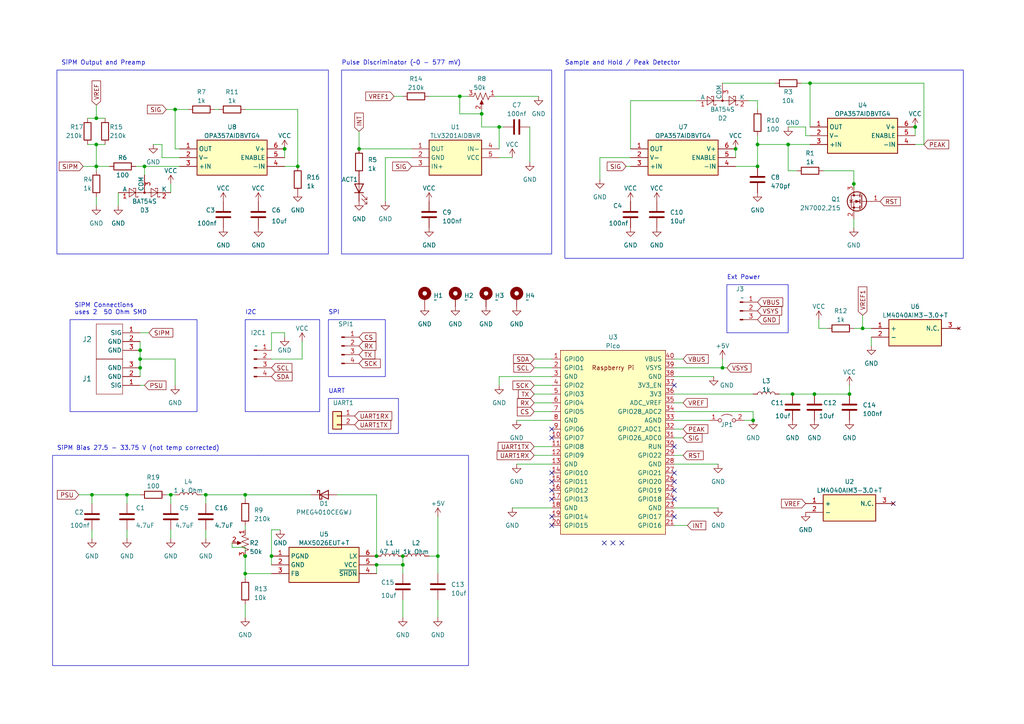
<source format=kicad_sch>
(kicad_sch (version 20230121) (generator eeschema)
  (paper "A4")
  (title_block (title "Open Gamma Low Noise") (date "2023-07-25") (rev "3a") (company "Gigstorm"))
  (junction (at 247.65 53.34))
  (junction (at 133.35 27.94))
  (junction (at 27.94 34.29))
  (junction (at 71.12 161.29))
  (junction (at 218.44 121.92))
  (junction (at 228.6 41.91))
  (junction (at 219.71 48.26))
  (junction (at 40.64 104.14))
  (junction (at 250.19 95.25))
  (junction (at 78.74 161.29))
  (junction (at 82.55 43.18))
  (junction (at 144.78 36.83))
  (junction (at 209.55 106.68))
  (junction (at 26.67 143.51))
  (junction (at 234.95 24.13))
  (junction (at 127 161.29))
  (junction (at 40.64 106.68))
  (junction (at 109.22 161.29))
  (junction (at 236.22 114.3))
  (junction (at 213.36 43.18))
  (junction (at 40.64 101.6))
  (junction (at 59.69 143.51))
  (junction (at 50.8 31.75))
  (junction (at 71.12 166.37))
  (junction (at 104.14 43.18))
  (junction (at 49.53 143.51))
  (junction (at 109.22 163.83))
  (junction (at 86.36 48.26))
  (junction (at 27.94 41.91))
  (junction (at 219.71 41.91))
  (junction (at 265.43 36.83))
  (junction (at 139.7 33.02))
  (junction (at 246.38 114.3))
  (junction (at 116.84 163.83))
  (junction (at 71.12 143.51))
  (junction (at 229.87 114.3))
  (junction (at 36.83 143.51))
  (junction (at 116.84 161.29))
  (junction (at 27.94 48.26))
  (junction (at 41.91 48.26))
  (no_connect (at 160.02 137.16))
  (no_connect (at 160.02 127))
  (no_connect (at 160.02 152.4))
  (no_connect (at 195.58 129.54))
  (no_connect (at 195.58 137.16))
  (no_connect (at 180.34 157.48))
  (no_connect (at 160.02 149.86))
  (no_connect (at 259.08 146.05))
  (no_connect (at 195.58 144.78))
  (no_connect (at 195.58 149.86))
  (no_connect (at 160.02 142.24))
  (no_connect (at 160.02 139.7))
  (no_connect (at 195.58 139.7))
  (no_connect (at 160.02 144.78))
  (no_connect (at 195.58 111.76))
  (no_connect (at 175.26 157.48))
  (no_connect (at 160.02 124.46))
  (no_connect (at 195.58 142.24))
  (no_connect (at 177.8 157.48))
  (wire (pts (xy 234.95 24.13) (xy 234.95 36.83)))
  (wire (pts (xy 27.94 59.69) (xy 27.94 57.15)))
  (wire (pts (xy 195.58 119.38) (xy 218.44 119.38)))
  (wire (pts (xy 195.58 134.62) (xy 208.28 134.62)))
  (wire (pts (xy 40.64 104.14) (xy 50.8 104.14)))
  (wire (pts (xy 143.51 27.94) (xy 156.21 27.94)))
  (wire (pts (xy 50.8 104.14) (xy 50.8 111.76)))
  (wire (pts (xy 265.43 36.83) (xy 265.43 39.37)))
  (wire (pts (xy 40.64 104.14) (xy 40.64 106.68)))
  (wire (pts (xy 160.02 121.92) (xy 149.86 121.92)))
  (wire (pts (xy 40.64 96.52) (xy 43.18 96.52)))
  (wire (pts (xy 109.22 143.51) (xy 109.22 161.29)))
  (wire (pts (xy 144.78 36.83) (xy 144.78 43.18)))
  (wire (pts (xy 209.55 106.68) (xy 210.82 106.68)))
  (wire (pts (xy 139.7 36.83) (xy 144.78 36.83)))
  (wire (pts (xy 116.84 163.83) (xy 116.84 166.37)))
  (wire (pts (xy 154.94 106.68) (xy 160.02 106.68)))
  (wire (pts (xy 34.29 59.69) (xy 34.29 55.88)))
  (wire (pts (xy 52.07 48.26) (xy 41.91 48.26)))
  (wire (pts (xy 195.58 147.32) (xy 208.28 147.32)))
  (wire (pts (xy 237.49 95.25) (xy 240.03 95.25)))
  (wire (pts (xy 139.7 33.02) (xy 139.7 36.83)))
  (wire (pts (xy 39.37 48.26) (xy 41.91 48.26)))
  (wire (pts (xy 195.58 127) (xy 198.12 127)))
  (wire (pts (xy 233.68 36.83) (xy 233.68 39.37)))
  (wire (pts (xy 195.58 114.3) (xy 218.44 114.3)))
  (wire (pts (xy 26.67 143.51) (xy 26.67 146.05)))
  (wire (pts (xy 26.67 153.67) (xy 26.67 156.21)))
  (wire (pts (xy 195.58 124.46) (xy 198.12 124.46)))
  (wire (pts (xy 154.94 132.08) (xy 160.02 132.08)))
  (wire (pts (xy 50.8 143.51) (xy 49.53 143.51)))
  (wire (pts (xy 209.55 24.13) (xy 224.79 24.13)))
  (wire (pts (xy 144.78 109.22) (xy 144.78 111.76)))
  (wire (pts (xy 86.36 48.26) (xy 82.55 48.26)))
  (wire (pts (xy 59.69 153.67) (xy 59.69 156.21)))
  (wire (pts (xy 52.07 43.18) (xy 50.8 43.18)))
  (wire (pts (xy 195.58 104.14) (xy 198.12 104.14)))
  (wire (pts (xy 219.71 39.37) (xy 219.71 41.91)))
  (wire (pts (xy 27.94 49.53) (xy 27.94 48.26)))
  (wire (pts (xy 67.31 157.48) (xy 67.31 158.75)))
  (wire (pts (xy 109.22 163.83) (xy 116.84 163.83)))
  (wire (pts (xy 27.94 48.26) (xy 31.75 48.26)))
  (wire (pts (xy 111.76 45.72) (xy 119.38 45.72)))
  (wire (pts (xy 71.12 144.78) (xy 71.12 143.51)))
  (wire (pts (xy 87.63 99.06) (xy 87.63 104.14)))
  (wire (pts (xy 247.65 66.04) (xy 247.65 63.5)))
  (wire (pts (xy 250.19 91.44) (xy 250.19 95.25)))
  (wire (pts (xy 173.99 45.72) (xy 173.99 52.07)))
  (wire (pts (xy 219.71 31.75) (xy 219.71 29.21)))
  (wire (pts (xy 41.91 48.26) (xy 41.91 50.8)))
  (wire (pts (xy 182.88 45.72) (xy 173.99 45.72)))
  (wire (pts (xy 139.7 33.02) (xy 133.35 33.02)))
  (wire (pts (xy 116.84 173.99) (xy 116.84 179.07)))
  (wire (pts (xy 27.94 34.29) (xy 30.48 34.29)))
  (wire (pts (xy 247.65 53.34) (xy 247.65 54.61)))
  (wire (pts (xy 228.6 36.83) (xy 233.68 36.83)))
  (wire (pts (xy 111.76 58.42) (xy 111.76 45.72)))
  (wire (pts (xy 22.86 143.51) (xy 26.67 143.51)))
  (wire (pts (xy 124.46 161.29) (xy 127 161.29)))
  (wire (pts (xy 109.22 163.83) (xy 109.22 166.37)))
  (wire (pts (xy 229.87 114.3) (xy 236.22 114.3)))
  (wire (pts (xy 148.59 147.32) (xy 160.02 147.32)))
  (wire (pts (xy 71.12 161.29) (xy 71.12 166.37)))
  (wire (pts (xy 36.83 143.51) (xy 36.83 146.05)))
  (wire (pts (xy 182.88 29.21) (xy 201.93 29.21)))
  (wire (pts (xy 133.35 27.94) (xy 135.89 27.94)))
  (wire (pts (xy 232.41 24.13) (xy 234.95 24.13)))
  (wire (pts (xy 127 173.99) (xy 127 179.07)))
  (wire (pts (xy 154.94 111.76) (xy 160.02 111.76)))
  (wire (pts (xy 195.58 106.68) (xy 209.55 106.68)))
  (wire (pts (xy 71.12 152.4) (xy 71.12 153.67)))
  (wire (pts (xy 127 149.86) (xy 127 161.29)))
  (wire (pts (xy 48.26 143.51) (xy 49.53 143.51)))
  (wire (pts (xy 195.58 121.92) (xy 205.74 121.92)))
  (wire (pts (xy 213.36 48.26) (xy 219.71 48.26)))
  (wire (pts (xy 78.74 153.67) (xy 78.74 161.29)))
  (wire (pts (xy 40.64 111.76) (xy 41.91 111.76)))
  (wire (pts (xy 219.71 29.21) (xy 217.17 29.21)))
  (wire (pts (xy 63.5 31.75) (xy 62.23 31.75)))
  (wire (pts (xy 78.74 96.52) (xy 82.55 96.52)))
  (wire (pts (xy 116.84 161.29) (xy 116.84 163.83)))
  (wire (pts (xy 40.64 101.6) (xy 40.64 104.14)))
  (wire (pts (xy 49.53 143.51) (xy 49.53 146.05)))
  (wire (pts (xy 247.65 95.25) (xy 250.19 95.25)))
  (wire (pts (xy 215.9 121.92) (xy 218.44 121.92)))
  (wire (pts (xy 139.7 31.75) (xy 139.7 33.02)))
  (wire (pts (xy 71.12 166.37) (xy 78.74 166.37)))
  (wire (pts (xy 154.94 129.54) (xy 160.02 129.54)))
  (wire (pts (xy 71.12 166.37) (xy 71.12 167.64)))
  (wire (pts (xy 231.14 49.53) (xy 228.6 49.53)))
  (wire (pts (xy 182.88 43.18) (xy 182.88 29.21)))
  (wire (pts (xy 86.36 31.75) (xy 86.36 48.26)))
  (wire (pts (xy 114.3 27.94) (xy 116.84 27.94)))
  (wire (pts (xy 26.67 143.51) (xy 36.83 143.51)))
  (wire (pts (xy 40.64 106.68) (xy 40.64 109.22)))
  (wire (pts (xy 229.87 114.3) (xy 226.06 114.3)))
  (wire (pts (xy 46.99 45.72) (xy 52.07 45.72)))
  (wire (pts (xy 46.99 41.91) (xy 46.99 45.72)))
  (wire (pts (xy 144.78 36.83) (xy 146.05 36.83)))
  (wire (pts (xy 44.45 41.91) (xy 46.99 41.91)))
  (wire (pts (xy 237.49 92.71) (xy 237.49 95.25)))
  (wire (pts (xy 154.94 119.38) (xy 160.02 119.38)))
  (wire (pts (xy 59.69 143.51) (xy 59.69 146.05)))
  (wire (pts (xy 27.94 30.48) (xy 27.94 34.29)))
  (wire (pts (xy 153.67 36.83) (xy 153.67 46.99)))
  (wire (pts (xy 78.74 161.29) (xy 78.74 163.83)))
  (wire (pts (xy 144.78 45.72) (xy 148.59 45.72)))
  (wire (pts (xy 250.19 95.25) (xy 252.73 95.25)))
  (wire (pts (xy 246.38 111.76) (xy 246.38 114.3)))
  (wire (pts (xy 160.02 109.22) (xy 144.78 109.22)))
  (wire (pts (xy 82.55 96.52) (xy 82.55 97.79)))
  (wire (pts (xy 71.12 175.26) (xy 71.12 179.07)))
  (wire (pts (xy 87.63 104.14) (xy 78.74 104.14)))
  (wire (pts (xy 234.95 24.13) (xy 267.97 24.13)))
  (wire (pts (xy 265.43 41.91) (xy 267.97 41.91)))
  (wire (pts (xy 50.8 31.75) (xy 50.8 43.18)))
  (wire (pts (xy 218.44 119.38) (xy 218.44 121.92)))
  (wire (pts (xy 213.36 43.18) (xy 213.36 45.72)))
  (wire (pts (xy 154.94 114.3) (xy 160.02 114.3)))
  (wire (pts (xy 59.69 143.51) (xy 71.12 143.51)))
  (wire (pts (xy 71.12 31.75) (xy 86.36 31.75)))
  (wire (pts (xy 195.58 152.4) (xy 199.39 152.4)))
  (wire (pts (xy 238.76 49.53) (xy 247.65 49.53)))
  (wire (pts (xy 50.8 31.75) (xy 54.61 31.75)))
  (wire (pts (xy 48.26 31.75) (xy 50.8 31.75)))
  (wire (pts (xy 25.4 41.91) (xy 27.94 41.91)))
  (wire (pts (xy 154.94 116.84) (xy 160.02 116.84)))
  (wire (pts (xy 58.42 143.51) (xy 59.69 143.51)))
  (wire (pts (xy 81.28 153.67) (xy 78.74 153.67)))
  (wire (pts (xy 236.22 114.3) (xy 246.38 114.3)))
  (wire (pts (xy 67.31 158.75) (xy 71.12 158.75)))
  (wire (pts (xy 25.4 34.29) (xy 27.94 34.29)))
  (wire (pts (xy 228.6 41.91) (xy 234.95 41.91)))
  (wire (pts (xy 40.64 99.06) (xy 40.64 101.6)))
  (wire (pts (xy 209.55 104.14) (xy 209.55 106.68)))
  (wire (pts (xy 195.58 116.84) (xy 198.12 116.84)))
  (wire (pts (xy 149.86 134.62) (xy 160.02 134.62)))
  (wire (pts (xy 40.64 143.51) (xy 36.83 143.51)))
  (wire (pts (xy 82.55 43.18) (xy 82.55 45.72)))
  (wire (pts (xy 228.6 41.91) (xy 228.6 49.53)))
  (wire (pts (xy 154.94 104.14) (xy 160.02 104.14)))
  (wire (pts (xy 104.14 38.1) (xy 104.14 43.18)))
  (wire (pts (xy 27.94 41.91) (xy 30.48 41.91)))
  (wire (pts (xy 124.46 27.94) (xy 133.35 27.94)))
  (wire (pts (xy 219.71 41.91) (xy 228.6 41.91)))
  (wire (pts (xy 78.74 101.6) (xy 78.74 96.52)))
  (wire (pts (xy 36.83 153.67) (xy 36.83 156.21)))
  (wire (pts (xy 71.12 161.29) (xy 71.12 158.75)))
  (wire (pts (xy 195.58 132.08) (xy 198.12 132.08)))
  (wire (pts (xy 219.71 48.26) (xy 219.71 41.91)))
  (wire (pts (xy 233.68 39.37) (xy 234.95 39.37)))
  (wire (pts (xy 97.79 143.51) (xy 109.22 143.51)))
  (wire (pts (xy 24.13 48.26) (xy 27.94 48.26)))
  (wire (pts (xy 49.53 53.34) (xy 49.53 55.88)))
  (wire (pts (xy 49.53 153.67) (xy 49.53 156.21)))
  (wire (pts (xy 247.65 49.53) (xy 247.65 53.34)))
  (wire (pts (xy 133.35 33.02) (xy 133.35 27.94)))
  (wire (pts (xy 104.14 43.18) (xy 119.38 43.18)))
  (wire (pts (xy 127 166.37) (xy 127 161.29)))
  (wire (pts (xy 71.12 143.51) (xy 90.17 143.51)))
  (wire (pts (xy 267.97 41.91) (xy 267.97 24.13)))
  (wire (pts (xy 27.94 41.91) (xy 27.94 48.26)))
  (wire (pts (xy 195.58 109.22) (xy 207.01 109.22)))
  (wire (pts (xy 252.73 100.33) (xy 252.73 97.79)))
  (wire (pts (xy 181.61 48.26) (xy 182.88 48.26)))
  (rectangle (start 95.25 92.71) (end 111.76 109.22))
  (rectangle (start 163.83 20.32) (end 279.4 74.93))
  (rectangle (start 99.06 20.32) (end 160.02 73.66))
  (rectangle (start 95.25 115.57) (end 115.57 125.73))
  (rectangle (start 15.24 132.08) (end 135.89 193.04))
  (rectangle (start 210.82 82.55) (end 228.6 96.52))
  (rectangle (start 74.93 132.08) (end 74.93 132.08))
  (rectangle (start 16.51 20.32) (end 95.25 73.66))
  (rectangle (start 71.12 92.71) (end 92.71 119.38))
  (rectangle (start 20.32 92.71) (end 57.15 119.38))
  (text "SPI\n" (at 95.25 91.44 0) (effects (font (size 1.27 1.27)) (justify left bottom)))
  (text "Ext Power\n" (at 210.82 81.28 0) (effects (font (size 1.27 1.27)) (justify left bottom)))
  (text "Pulse Discriminator (~0 - 577 mV)" (at 99.06 19.05 0) (effects (font (size 1.27 1.27)) (justify left bottom)))
  (text "SiPM Output and Preamp\n" (at 17.78 19.05 0) (effects (font (size 1.27 1.27)) (justify left bottom)))
  (text "I2C" (at 71.12 91.44 0) (effects (font (size 1.27 1.27)) (justify left bottom)))
  (text "Sample and Hold / Peak Detector" (at 163.83 19.05 0) (effects (font (size 1.27 1.27)) (justify left bottom)))
  (text "SiPM Bias 27.5 - 33.75 V (not temp corrected)" (at 16.51 130.81 0) (effects (font (size 1.27 1.27)) (justify left bottom)))
  (text "UART\n" (at 95.25 114.3 0) (effects (font (size 1.27 1.27)) (justify left bottom)))
  (text "SiPM Connections \nuses 2  50 Ohm SMD \n" (at 21.59 91.44 0) (effects (font (size 1.27 1.27)) (justify left bottom)))
  (global_label "UART1TX" (shape input) (at 102.87 123.19 0) (property "Intersheetrefs" "${INTERSHEET_REFS}" (effects hide)))
  (global_label "SCL" (shape input) (at 154.94 106.68 180) (property "Intersheetrefs" "${INTERSHEET_REFS}" (effects hide)))
  (global_label "INT" (shape input) (at 104.14 38.1 90) (property "Intersheetrefs" "${INTERSHEET_REFS}" (effects hide)))
  (global_label "RX" (shape input) (at 104.14 100.33 0) (property "Intersheetrefs" "${INTERSHEET_REFS}" (effects hide)))
  (global_label "VSYS" (shape input) (at 210.82 106.68 0) (property "Intersheetrefs" "${INTERSHEET_REFS}" (effects hide)))
  (global_label "SCL" (shape input) (at 78.74 106.68 0) (property "Intersheetrefs" "${INTERSHEET_REFS}" (effects hide)))
  (global_label "SDA" (shape input) (at 78.74 109.22 0) (property "Intersheetrefs" "${INTERSHEET_REFS}" (effects hide)))
  (global_label "UART1RX" (shape input) (at 154.94 132.08 180) (property "Intersheetrefs" "${INTERSHEET_REFS}" (effects hide)))
  (global_label "TX" (shape input) (at 154.94 114.3 180) (property "Intersheetrefs" "${INTERSHEET_REFS}" (effects hide)))
  (global_label "CS" (shape input) (at 154.94 119.38 180) (property "Intersheetrefs" "${INTERSHEET_REFS}" (effects hide)))
  (global_label "VSYS" (shape input) (at 219.71 90.17 0) (property "Intersheetrefs" "${INTERSHEET_REFS}" (effects hide)))
  (global_label "VREF" (shape input) (at 198.12 116.84 0) (property "Intersheetrefs" "${INTERSHEET_REFS}" (effects hide)))
  (global_label "SIPM" (shape input) (at 24.13 48.26 180) (property "Intersheetrefs" "${INTERSHEET_REFS}" (effects hide)))
  (global_label "UART1TX" (shape input) (at 154.94 129.54 180) (property "Intersheetrefs" "${INTERSHEET_REFS}" (effects hide)))
  (global_label "SIG" (shape input) (at 48.26 31.75 180) (property "Intersheetrefs" "${INTERSHEET_REFS}" (effects hide)))
  (global_label "VREF1" (shape input) (at 250.19 91.44 90) (property "Intersheetrefs" "${INTERSHEET_REFS}" (effects hide)))
  (global_label "VBUS" (shape input) (at 219.71 87.63 0) (property "Intersheetrefs" "${INTERSHEET_REFS}" (effects hide)))
  (global_label "SIPM" (shape input) (at 43.18 96.52 0) (property "Intersheetrefs" "${INTERSHEET_REFS}" (effects hide)))
  (global_label "RX" (shape input) (at 154.94 116.84 180) (property "Intersheetrefs" "${INTERSHEET_REFS}" (effects hide)))
  (global_label "RST" (shape input) (at 198.12 132.08 0) (property "Intersheetrefs" "${INTERSHEET_REFS}" (effects hide)))
  (global_label "SIG" (shape input) (at 119.38 48.26 180) (property "Intersheetrefs" "${INTERSHEET_REFS}" (effects hide)))
  (global_label "UART1RX" (shape input) (at 102.87 120.65 0) (property "Intersheetrefs" "${INTERSHEET_REFS}" (effects hide)))
  (global_label "SIG" (shape input) (at 181.61 48.26 180) (property "Intersheetrefs" "${INTERSHEET_REFS}" (effects hide)))
  (global_label "GND" (shape input) (at 219.71 92.71 0) (property "Intersheetrefs" "${INTERSHEET_REFS}" (effects hide)))
  (global_label "SDA" (shape input) (at 154.94 104.14 180) (property "Intersheetrefs" "${INTERSHEET_REFS}" (effects hide)))
  (global_label "TX" (shape input) (at 104.14 102.87 0) (property "Intersheetrefs" "${INTERSHEET_REFS}" (effects hide)))
  (global_label "RST" (shape input) (at 255.27 58.42 0) (property "Intersheetrefs" "${INTERSHEET_REFS}" (effects hide)))
  (global_label "SCK" (shape input) (at 154.94 111.76 180) (property "Intersheetrefs" "${INTERSHEET_REFS}" (effects hide)))
  (global_label "VBUS" (shape input) (at 198.12 104.14 0) (property "Intersheetrefs" "${INTERSHEET_REFS}" (effects hide)))
  (global_label "VREF" (shape input) (at 27.94 30.48 90) (property "Intersheetrefs" "${INTERSHEET_REFS}" (effects hide)))
  (global_label "INT" (shape input) (at 199.39 152.4 0) (property "Intersheetrefs" "${INTERSHEET_REFS}" (effects hide)))
  (global_label "VREF" (shape input) (at 233.68 146.05 180) (property "Intersheetrefs" "${INTERSHEET_REFS}" (effects hide)))
  (global_label "SCK" (shape input) (at 104.14 105.41 0) (property "Intersheetrefs" "${INTERSHEET_REFS}" (effects hide)))
  (global_label "VREF1" (shape input) (at 114.3 27.94 180) (property "Intersheetrefs" "${INTERSHEET_REFS}" (effects hide)))
  (global_label "PEAK" (shape input) (at 267.97 41.91 0) (property "Intersheetrefs" "${INTERSHEET_REFS}" (effects hide)))
  (global_label "PSU" (shape input) (at 22.86 143.51 180) (property "Intersheetrefs" "${INTERSHEET_REFS}" (effects hide)))
  (global_label "PSU" (shape input) (at 41.91 111.76 0) (property "Intersheetrefs" "${INTERSHEET_REFS}" (effects hide)))
  (global_label "PEAK" (shape input) (at 198.12 124.46 0) (property "Intersheetrefs" "${INTERSHEET_REFS}" (effects hide)))
  (global_label "CS" (shape input) (at 104.14 97.79 0) (property "Intersheetrefs" "${INTERSHEET_REFS}" (effects hide)))
  (global_label "SIG" (shape input) (at 198.12 127 0) (property "Intersheetrefs" "${INTERSHEET_REFS}" (effects hide)))
  (symbol (lib_id "power:VCC") (at 148.59 45.72 0) (unit 1)
    (property "Reference" "#PWR028" (effects hide))
    (property "Value" "VCC" (at 148.59 41.91 0))
  )
  (symbol (lib_id "Device:R") (at 27.94 53.34 0) (unit 1)
    (property "Reference" "R4" (at 24.13 52.07 0) (effects (justify left)))
    (property "Value" "1k" (at 24.13 54.61 0) (effects (justify left)))
    (property "Footprint" "Resistor_SMD:R_0603_1608Metric" (effects hide))
  )
  (symbol (lib_id "power:VCC") (at 182.88 58.42 0) (unit 1)
    (property "Reference" "#PWR035" (effects hide))
    (property "Value" "VCC" (at 182.88 54.61 0))
  )
  (symbol (lib_id "Device:R_Potentiometer_US") (at 139.7 27.94 270) (unit 1)
    (property "Reference" "R8" (at 139.7 22.86 90))
    (property "Value" "50k" (at 140.97 25.4 90) (effects (justify right)))
    (property "Footprint" "Trimmer_Res:POT_3296W" (effects hide))
  )
  (symbol (lib_id "Device:C") (at 124.46 62.23 0) (unit 1)
    (property "Reference" "C9" (at 128.27 61.595 0) (effects (justify left)))
    (property "Value" "100nf" (at 128.27 64.135 0) (effects (justify left)))
    (property "Footprint" "Capacitor_SMD:C_0603_1608Metric" (effects hide))
  )
  (symbol (lib_id "power:GND") (at 123.19 88.9 0) (unit 1)
    (property "Reference" "#PWR056" (effects hide))
    (property "Value" "GND" (at 123.19 93.98 0))
  )
  (symbol (lib_id "power:GND") (at 156.21 27.94 0) (unit 1)
    (property "Reference" "#PWR033" (effects hide))
    (property "Value" "GND" (at 156.21 33.02 0))
  )
  (symbol (lib_id "Device:C") (at 190.5 62.23 0) (unit 1)
    (property "Reference" "C10" (at 194.31 61.595 0) (effects (justify left)))
    (property "Value" "10uf" (at 194.31 64.135 0) (effects (justify left)))
    (property "Footprint" "Capacitor_SMD:C_0603_1608Metric" (effects hide))
  )
  (symbol (lib_id "power:VCC") (at 237.49 92.71 0) (unit 1)
    (property "Reference" "#PWR050" (effects hide))
    (property "Value" "VCC" (at 237.49 88.9 0))
  )
  (symbol (lib_id "Mechanical:MountingHole_Pad") (at 132.08 86.36 0) (unit 1)
    (property "Reference" "H2" (at 134.62 85.725 0) (effects (justify left)))
    (property "Value" "~" (at 134.62 86.995 0) (effects (justify left)))
    (property "Footprint" "MountingHole:MountingHole_2.2mm_M2_Pad_Via" (effects hide))
  )
  (symbol (lib_id "power:GND") (at 34.29 59.69 0) (unit 1)
    (property "Reference" "#PWR03" (effects hide))
    (property "Value" "GND" (at 34.29 64.77 0))
  )
  (symbol (lib_id "Device:C") (at 59.69 149.86 0) (unit 1)
    (property "Reference" "C16" (at 62.23 147.32 0) (effects (justify left)))
    (property "Value" "4.7uF" (at 62.23 152.4 0) (effects (justify left)))
    (property "Footprint" "Capacitor_SMD:C_0805_2012Metric" (effects hide))
  )
  (symbol (lib_id "Device:R") (at 86.36 52.07 180) (unit 1)
    (property "Reference" "R16" (at 88.9 51.435 0) (effects (justify right)))
    (property "Value" "1k" (at 88.9 53.975 0) (effects (justify right)))
    (property "Footprint" "Resistor_SMD:R_0603_1608Metric" (effects hide))
  )
  (symbol (lib_id "Device:C") (at 116.84 170.18 0) (unit 1)
    (property "Reference" "C15" (at 110.49 168.91 0) (effects (justify left)))
    (property "Value" "10uf" (at 110.49 172.72 0) (effects (justify left)))
    (property "Footprint" "Capacitor_SMD:C_0603_1608Metric" (effects hide))
  )
  (symbol (lib_id "power:GND") (at 64.77 66.04 0) (unit 1)
    (property "Reference" "#PWR011" (effects hide))
    (property "Value" "GND" (at 64.77 71.12 0))
  )
  (symbol (lib_id "power:VCC") (at 87.63 99.06 0) (unit 1)
    (property "Reference" "#PWR019" (effects hide))
    (property "Value" "VCC" (at 87.63 95.25 0))
  )
  (symbol (lib_id "SamacSys_Parts:MAX5026EUT+T") (at 78.74 161.29 0) (unit 1)
    (property "Reference" "U5" (at 93.98 154.94 0))
    (property "Value" "MAX5026EUT+T" (at 93.98 157.48 0))
    (property "Footprint" "SamacSys_Parts2:SOT95P280X145-6N" (effects hide))
    (property "Datasheet" "https://datasheets.maximintegrated.com/en/ds/MAX5025-MAX5028.pdf" (effects hide))
    (property "Height" "1.45" (effects hide))
    (property "Mouser Part Number" "700-MAX5026EUTT" (effects hide))
    (property "Mouser Price/Stock" "https://www.mouser.co.uk/ProductDetail/Maxim-Integrated/MAX5026EUT%2bT?qs=Mqkh4jHMT8zfiFUMsw6rrA%3D%3D" (effects hide))
    (property "Manufacturer_Name" "Analog Devices" (effects hide))
    (property "Manufacturer_Part_Number" "MAX5026EUT+T" (effects hide))
  )
  (symbol (lib_id "power:VCC") (at 213.36 43.18 0) (unit 1)
    (property "Reference" "#PWR043" (effects hide))
    (property "Value" "VCC" (at 213.36 39.37 0))
  )
  (symbol (lib_id "power:GND") (at 149.86 121.92 0) (unit 1)
    (property "Reference" "#PWR030" (effects hide))
    (property "Value" "GND" (at 149.86 127 0))
  )
  (symbol (lib_id "power:GND") (at 182.88 66.04 0) (unit 1)
    (property "Reference" "#PWR036" (effects hide))
    (property "Value" "GND" (at 182.88 71.12 0))
  )
  (symbol (lib_id "power:GND") (at 148.59 147.32 0) (unit 1)
    (property "Reference" "#PWR029" (effects hide))
    (property "Value" "GND" (at 148.59 152.4 0))
  )
  (symbol (lib_id "Connector_Generic:Conn_01x02") (at 97.79 120.65 0) (mirror y) (unit 1)
    (property "Reference" "UART1" (at 96.52 116.84 0) (effects (justify right)))
    (property "Value" "Conn_01x02" (effects hide))
    (property "Footprint" "Connector_PinHeader_2.54mm:PinHeader_1x02_P2.54mm_Vertical" (effects hide))
  )
  (symbol (lib_id "power:GND") (at 111.76 58.42 0) (unit 1)
    (property "Reference" "#PWR021" (effects hide))
    (property "Value" "GND" (at 111.76 63.5 0))
  )
  (symbol (lib_id "Diode:BAT54S") (at 209.55 29.21 0) (mirror x) (unit 1)
    (property "Reference" "D2" (at 209.55 34.29 0))
    (property "Value" "BAT54S" (at 209.55 31.75 0))
    (property "Footprint" "Package_TO_SOT_SMD:SOT-23" (effects hide))
    (property "Datasheet" "https://www.diodes.com/assets/Datasheets/ds11005.pdf" (effects hide))
  )
  (symbol (lib_id "Device:R") (at 71.12 171.45 0) (unit 1)
    (property "Reference" "R13" (at 73.66 170.815 0) (effects (justify left)))
    (property "Value" "10k" (at 73.66 173.355 0) (effects (justify left)))
    (property "Footprint" "Resistor_SMD:R_0603_1608Metric" (effects hide))
  )
  (symbol (lib_id "Device:R") (at 228.6 24.13 90) (unit 1)
    (property "Reference" "R3" (at 228.6 26.67 90))
    (property "Value" "10k" (at 228.6 29.21 90))
    (property "Footprint" "Resistor_SMD:R_0603_1608Metric" (effects hide))
  )
  (symbol (lib_id "Mechanical:MountingHole_Pad") (at 123.19 86.36 0) (unit 1)
    (property "Reference" "H1" (at 125.73 85.725 0) (effects (justify left)))
    (property "Value" "~" (at 125.73 86.995 0) (effects (justify left)))
    (property "Footprint" "MountingHole:MountingHole_2.2mm_M2_Pad_Via" (effects hide))
  )
  (symbol (lib_id "Device:C") (at 219.71 52.07 0) (unit 1)
    (property "Reference" "C8" (at 223.52 51.435 0) (effects (justify left)))
    (property "Value" "470pf" (at 223.52 53.975 0) (effects (justify left)))
    (property "Footprint" "Capacitor_SMD:C_0603_1608Metric" (effects hide))
  )
  (symbol (lib_id "power:GND") (at 228.6 36.83 0) (unit 1)
    (property "Reference" "#PWR046" (effects hide))
    (property "Value" "GND" (at 229.87 35.56 0))
  )
  (symbol (lib_id "power:GND") (at 149.86 134.62 0) (unit 1)
    (property "Reference" "#PWR031" (effects hide))
    (property "Value" "GND" (at 149.86 139.7 0))
  )
  (symbol (lib_id "Connector:Conn_01x04_Pin") (at 99.06 100.33 0) (unit 1)
    (property "Reference" "SPI1" (at 100.33 93.98 0))
    (property "Value" "Conn_01x04_Pin" (effects hide))
    (property "Footprint" "Connector_PinHeader_2.54mm:PinHeader_1x04_P2.54mm_Vertical" (effects hide))
  )
  (symbol (lib_id "power:GND") (at 153.67 46.99 0) (unit 1)
    (property "Reference" "#PWR032" (effects hide))
    (property "Value" "GND" (at 153.67 52.07 0))
  )
  (symbol (lib_id "power:GND") (at 140.97 88.9 0) (unit 1)
    (property "Reference" "#PWR058" (effects hide))
    (property "Value" "GND" (at 140.97 93.98 0))
  )
  (symbol (lib_id "SamacSys_Parts:OPA357AIDBVTG4") (at 182.88 43.18 0) (unit 1)
    (property "Reference" "U7" (at 198.12 36.83 0))
    (property "Value" "OPA357AIDBVTG4" (at 198.12 39.37 0))
    (property "Footprint" "SamacSys_Parts2:SOT95P280X145-6N" (effects hide))
    (property "Datasheet" "https://www.ti.com/lit/ds/symlink/opa357.pdf?ts=1640505454363&ref_url=https%253A%252F%252Fwww.google.com%252F" (effects hide))
    (property "Height" "1.45" (effects hide))
    (property "Mouser Part Number" "595-OPA357AIDBVTG4" (effects hide))
    (property "Mouser Price/Stock" "https://www.mouser.co.uk/ProductDetail/Texas-Instruments/OPA357AIDBVTG4?qs=SnxTrzcm0GjRMGlI%252BeOozg%3D%3D" (effects hide))
    (property "Manufacturer_Name" "Texas Instruments" (effects hide))
    (property "Manufacturer_Part_Number" "OPA357AIDBVTG4" (effects hide))
  )
  (symbol (lib_id "Device:C") (at 36.83 149.86 0) (unit 1)
    (property "Reference" "C1" (at 39.37 147.32 0) (effects (justify left)))
    (property "Value" "4.7uF" (at 39.37 152.4 0) (effects (justify left)))
    (property "Footprint" "Capacitor_SMD:C_0805_2012Metric" (effects hide))
  )
  (symbol (lib_id "Device:C") (at 127 170.18 0) (unit 1)
    (property "Reference" "C13" (at 130.81 169.545 0) (effects (justify left)))
    (property "Value" "10uf" (at 130.81 172.085 0) (effects (justify left)))
    (property "Footprint" "Capacitor_SMD:C_0603_1608Metric" (effects hide))
  )
  (symbol (lib_id "Device:C") (at 229.87 118.11 0) (unit 1)
    (property "Reference" "C11" (at 223.52 116.84 0) (effects (justify left)))
    (property "Value" "10uf" (at 224.79 120.65 0) (effects (justify left)))
    (property "Footprint" "Capacitor_SMD:C_0603_1608Metric" (effects hide))
  )
  (symbol (lib_id "Device:L") (at 113.03 161.29 90) (unit 1)
    (property "Reference" "L1" (at 113.03 157.48 90))
    (property "Value" "47 uH" (at 113.03 160.02 90))
    (property "Footprint" "SamacSys_Parts2:74404054470" (effects hide))
  )
  (symbol (lib_id "power:GND") (at 44.45 41.91 0) (unit 1)
    (property "Reference" "#PWR05" (effects hide))
    (property "Value" "GND" (at 44.45 46.99 0))
  )
  (symbol (lib_id "SMD_Coax:1909763-1") (at 40.64 96.52 0) (mirror y) (unit 1)
    (property "Reference" "J2" (at 26.67 98.425 0) (effects (font (size 1.524 1.524)) (justify left)))
    (property "Value" "1909763-1" (effects hide))
    (property "Footprint" "SMD_Coax:CONN3_1909763_TEC" (effects hide))
    (property "Datasheet" "1909763-1" (effects hide))
  )
  (symbol (lib_id "power:VCC") (at 74.93 58.42 0) (unit 1)
    (property "Reference" "#PWR013" (effects hide))
    (property "Value" "VCC" (at 74.93 54.61 0))
  )
  (symbol (lib_id "Device:R") (at 104.14 46.99 0) (unit 1)
    (property "Reference" "R5" (at 106.68 46.355 0) (effects (justify left)))
    (property "Value" "1k" (at 106.68 48.895 0) (effects (justify left)))
    (property "Footprint" "Resistor_SMD:R_0603_1608Metric" (effects hide))
  )
  (symbol (lib_id "power:GND") (at 144.78 111.76 0) (unit 1)
    (property "Reference" "#PWR027" (effects hide))
    (property "Value" "GND" (at 144.78 116.84 0))
  )
  (symbol (lib_id "Device:R") (at 71.12 148.59 0) (unit 1)
    (property "Reference" "R9" (at 73.66 147.955 0) (effects (justify left)))
    (property "Value" "210k" (at 73.66 150.495 0) (effects (justify left)))
    (property "Footprint" "Resistor_SMD:R_0603_1608Metric" (effects hide))
  )
  (symbol (lib_id "power:GND") (at 149.86 88.9 0) (unit 1)
    (property "Reference" "#PWR059" (effects hide))
    (property "Value" "GND" (at 149.86 93.98 0))
  )
  (symbol (lib_id "SamacSys_Parts:LM4040AIM3-3.0+T") (at 233.68 146.05 0) (unit 1)
    (property "Reference" "U2" (at 246.38 139.7 0))
    (property "Value" "LM4040AIM3-3.0+T" (at 246.38 142.24 0))
    (property "Footprint" "SamacSys_Parts2:SOT95P237X112-3N" (effects hide))
    (property "Datasheet" "https://pdfserv.maximintegrated.com/en/ds/LM4040.pdf" (effects hide))
    (property "Height" "1.12" (effects hide))
    (property "Mouser Part Number" "700-LM4040AIM3-3.0T" (effects hide))
    (property "Mouser Price/Stock" "https://www.mouser.co.uk/ProductDetail/Maxim-Integrated/LM4040AIM3-3.0%2bT?qs=GxOUx7aO6nwPVxQkEMnXjg%3D%3D" (effects hide))
    (property "Manufacturer_Name" "Analog Devices" (effects hide))
    (property "Manufacturer_Part_Number" "LM4040AIM3-3.0+T" (effects hide))
  )
  (symbol (lib_id "Device:L") (at 120.65 161.29 90) (unit 1)
    (property "Reference" "L2" (at 120.65 157.48 90))
    (property "Value" "1k Ohm" (at 120.65 160.02 90))
    (property "Footprint" "Inductor_SMD:L_0603_1608Metric" (effects hide))
  )
  (symbol (lib_id "Jumper:Jumper_2_Open") (at 210.82 121.92 0) (unit 1)
    (property "Reference" "JP1" (at 210.82 123.19 0))
    (property "Value" "Jumper_2_Open" (effects hide))
    (property "Footprint" "Jumper:SolderJumper-2_P1.3mm_Open_RoundedPad1.0x1.5mm" (effects hide))
  )
  (symbol (lib_id "power:GND") (at 36.83 156.21 0) (unit 1)
    (property "Reference" "#PWR04" (effects hide))
    (property "Value" "GND" (at 36.83 161.29 0))
  )
  (symbol (lib_id "MCU_RaspberryPi_and_Boards:Pico") (at 177.8 128.27 0) (unit 1)
    (property "Reference" "U3" (at 177.8 97.79 0))
    (property "Value" "Pico" (at 177.8 100.33 0))
    (property "Footprint" "MCU_RaspberryPi_and_Boards:RPi_Pico_SMD_TH" (effects hide))
  )
  (symbol (lib_id "power:VCC") (at 82.55 43.18 0) (unit 1)
    (property "Reference" "#PWR016" (effects hide))
    (property "Value" "VCC" (at 82.55 39.37 0))
  )
  (symbol (lib_id "power:VCC") (at 64.77 58.42 0) (unit 1)
    (property "Reference" "#PWR010" (effects hide))
    (property "Value" "VCC" (at 64.77 54.61 0))
  )
  (symbol (lib_id "Device:C") (at 64.77 62.23 0) (unit 1)
    (property "Reference" "C3" (at 59.69 60.96 0) (effects (justify left)))
    (property "Value" "100nf" (at 57.15 64.77 0) (effects (justify left)))
    (property "Footprint" "Capacitor_SMD:C_0603_1608Metric" (effects hide))
  )
  (symbol (lib_id "Device:LED") (at 104.14 54.61 90) (unit 1)
    (property "Reference" "ACT1" (at 99.06 52.07 90) (effects (justify right)))
    (property "Value" "LED" (effects hide))
    (property "Footprint" "LED_SMD:LED_0805_2012Metric" (effects hide))
  )
  (symbol (lib_id "power:GND") (at 208.28 134.62 0) (unit 1)
    (property "Reference" "#PWR040" (effects hide))
    (property "Value" "GND" (at 208.28 139.7 0))
  )
  (symbol (lib_id "power:GND") (at 132.08 88.9 0) (unit 1)
    (property "Reference" "#PWR057" (effects hide))
    (property "Value" "GND" (at 132.08 93.98 0))
  )
  (symbol (lib_id "Transistor_FET:2N7002") (at 250.19 58.42 0) (mirror y) (unit 1)
    (property "Reference" "Q1" (at 243.84 57.785 0) (effects (justify left)))
    (property "Value" "2N7002,215" (at 243.84 60.325 0) (effects (justify left)))
    (property "Footprint" "Package_TO_SOT_SMD:SOT-23" (effects hide))
    (property "Datasheet" "https://www.onsemi.com/pub/Collateral/NDS7002A-D.PDF" (effects hide))
  )
  (symbol (lib_id "power:VCC") (at 124.46 58.42 0) (unit 1)
    (property "Reference" "#PWR023" (effects hide))
    (property "Value" "VCC" (at 124.46 54.61 0))
  )
  (symbol (lib_id "SamacSys_Parts:TLV3201AIDBVR") (at 119.38 43.18 0) (unit 1)
    (property "Reference" "U1" (at 132.08 36.83 0))
    (property "Value" "TLV3201AIDBVR" (at 132.08 39.37 0))
    (property "Footprint" "SamacSys_Parts2:SOT95P280X145-5N" (effects hide))
    (property "Datasheet" "http://www.ti.com/lit/gpn/tlv3201" (effects hide))
    (property "Height" "1.45" (effects hide))
    (property "Mouser Part Number" "595-TLV3201AIDBVR" (effects hide))
    (property "Mouser Price/Stock" "https://www.mouser.co.uk/ProductDetail/Texas-Instruments/TLV3201AIDBVR?qs=5771e39Rz9GGuYwPEKy7fA%3D%3D" (effects hide))
    (property "Manufacturer_Name" "Texas Instruments" (effects hide))
    (property "Manufacturer_Part_Number" "TLV3201AIDBVR" (effects hide))
  )
  (symbol (lib_id "power:GND") (at 190.5 66.04 0) (unit 1)
    (property "Reference" "#PWR038" (effects hide))
    (property "Value" "GND" (at 190.5 71.12 0))
  )
  (symbol (lib_id "SamacSys_Parts:LM4040AIM3-3.0+T") (at 252.73 95.25 0) (unit 1)
    (property "Reference" "U6" (at 265.43 88.9 0))
    (property "Value" "LM4040AIM3-3.0+T" (at 265.43 91.44 0))
    (property "Footprint" "SamacSys_Parts2:SOT95P237X112-3N" (effects hide))
    (property "Datasheet" "https://pdfserv.maximintegrated.com/en/ds/LM4040.pdf" (effects hide))
    (property "Height" "1.12" (effects hide))
    (property "Mouser Part Number" "700-LM4040AIM3-3.0T" (effects hide))
    (property "Mouser Price/Stock" "https://www.mouser.co.uk/ProductDetail/Maxim-Integrated/LM4040AIM3-3.0%2bT?qs=GxOUx7aO6nwPVxQkEMnXjg%3D%3D" (effects hide))
    (property "Manufacturer_Name" "Analog Devices" (effects hide))
    (property "Manufacturer_Part_Number" "LM4040AIM3-3.0+T" (effects hide))
  )
  (symbol (lib_id "Device:C") (at 149.86 36.83 90) (unit 1)
    (property "Reference" "C7" (at 149.86 30.48 90))
    (property "Value" "100nf" (at 149.86 33.02 90))
    (property "Footprint" "Capacitor_SMD:C_0603_1608Metric" (effects hide))
  )
  (symbol (lib_id "Device:R") (at 25.4 38.1 0) (unit 1)
    (property "Reference" "R17" (at 20.32 36.83 0) (effects (justify left)))
    (property "Value" "210k" (at 19.05 39.37 0) (effects (justify left)))
    (property "Footprint" "Resistor_SMD:R_0603_1608Metric" (effects hide))
  )
  (symbol (lib_id "power:GND") (at 252.73 100.33 0) (unit 1)
    (property "Reference" "#PWR054" (effects hide))
    (property "Value" "GND" (at 252.73 105.41 0))
  )
  (symbol (lib_id "power:GND") (at 50.8 111.76 0) (unit 1)
    (property "Reference" "#PWR08" (effects hide))
    (property "Value" "GND" (at 50.8 116.84 0))
  )
  (symbol (lib_id "power:GND") (at 229.87 121.92 0) (unit 1)
    (property "Reference" "#PWR047" (effects hide))
    (property "Value" "GND" (at 229.87 127 0))
  )
  (symbol (lib_id "power:VCC") (at 246.38 111.76 0) (unit 1)
    (property "Reference" "#PWR051" (effects hide))
    (property "Value" "VCC" (at 246.38 107.95 0))
  )
  (symbol (lib_id "Device:R") (at 234.95 49.53 90) (unit 1)
    (property "Reference" "R1" (at 234.95 44.45 90))
    (property "Value" "1k" (at 234.95 46.99 90))
    (property "Footprint" "Resistor_SMD:R_0603_1608Metric" (effects hide))
  )
  (symbol (lib_id "SMD_Coax:1909763-1") (at 40.64 111.76 180) (unit 1)
    (property "Reference" "J1" (at 26.67 109.855 0) (effects (font (size 1.524 1.524)) (justify left)))
    (property "Value" "1909763-1" (effects hide))
    (property "Footprint" "SMD_Coax:CONN3_1909763_TEC" (effects hide))
    (property "Datasheet" "1909763-1" (effects hide))
  )
  (symbol (lib_id "Mechanical:MountingHole_Pad") (at 149.86 86.36 0) (unit 1)
    (property "Reference" "H4" (at 152.4 85.725 0) (effects (justify left)))
    (property "Value" "~" (at 152.4 86.995 0) (effects (justify left)))
    (property "Footprint" "MountingHole:MountingHole_2.2mm_M2_Pad_Via" (effects hide))
  )
  (symbol (lib_id "power:GND") (at 27.94 59.69 0) (unit 1)
    (property "Reference" "#PWR02" (effects hide))
    (property "Value" "GND" (at 27.94 64.77 0))
  )
  (symbol (lib_id "Device:C") (at 74.93 62.23 0) (unit 1)
    (property "Reference" "C6" (at 78.74 60.96 0) (effects (justify left)))
    (property "Value" "10uf" (at 78.74 64.135 0) (effects (justify left)))
    (property "Footprint" "Capacitor_SMD:C_0603_1608Metric" (effects hide))
  )
  (symbol (lib_id "Device:L") (at 54.61 143.51 90) (unit 1)
    (property "Reference" "L4" (at 54.61 139.7 90))
    (property "Value" "1 k Ohm" (at 54.61 142.24 90))
    (property "Footprint" "Inductor_SMD:L_0603_1608Metric" (effects hide))
  )
  (symbol (lib_id "power:GND") (at 218.44 121.92 0) (unit 1)
    (property "Reference" "#PWR044" (effects hide))
    (property "Value" "GND" (at 218.44 127 0))
  )
  (symbol (lib_id "Device:R") (at 44.45 143.51 270) (unit 1)
    (property "Reference" "R19" (at 44.45 138.43 90))
    (property "Value" "100" (at 44.45 140.97 90))
    (property "Footprint" "Resistor_SMD:R_0603_1608Metric" (effects hide))
  )
  (symbol (lib_id "Mechanical:MountingHole_Pad") (at 140.97 86.36 0) (unit 1)
    (property "Reference" "H3" (at 143.51 85.725 0) (effects (justify left)))
    (property "Value" "~" (at 143.51 86.995 0) (effects (justify left)))
    (property "Footprint" "MountingHole:MountingHole_2.2mm_M2_Pad_Via" (effects hide))
  )
  (symbol (lib_id "Connector:Conn_01x04_Pin") (at 73.66 104.14 0) (unit 1)
    (property "Reference" "I2C1" (at 74.93 96.52 0))
    (property "Value" "~" (at 74.295 100.33 0))
    (property "Footprint" "Connector_PinHeader_2.54mm:PinHeader_1x04_P2.54mm_Vertical" (effects hide))
  )
  (symbol (lib_id "power:GND") (at 71.12 179.07 0) (unit 1)
    (property "Reference" "#PWR012" (effects hide))
    (property "Value" "GND" (at 71.12 184.15 0))
  )
  (symbol (lib_id "power:GND") (at 81.28 153.67 0) (unit 1)
    (property "Reference" "#PWR015" (effects hide))
    (property "Value" "GND" (at 81.28 157.48 0))
  )
  (symbol (lib_id "power:GND") (at 104.14 58.42 0) (unit 1)
    (property "Reference" "#PWR020" (effects hide))
    (property "Value" "GND" (at 104.14 63.5 0))
  )
  (symbol (lib_id "Device:R") (at 120.65 27.94 270) (unit 1)
    (property "Reference" "R14" (at 120.65 22.86 90))
    (property "Value" "210k" (at 120.65 25.4 90))
    (property "Footprint" "Resistor_SMD:R_0603_1608Metric" (effects hide))
  )
  (symbol (lib_id "power:GND") (at 59.69 156.21 0) (unit 1)
    (property "Reference" "#PWR09" (effects hide))
    (property "Value" "GND" (at 59.69 161.29 0))
  )
  (symbol (lib_id "power:GND") (at 49.53 156.21 0) (unit 1)
    (property "Reference" "#PWR07" (effects hide))
    (property "Value" "GND" (at 49.53 161.29 0))
  )
  (symbol (lib_id "Device:C") (at 236.22 118.11 0) (unit 1)
    (property "Reference" "C12" (at 238.76 116.84 0) (effects (justify left)))
    (property "Value" "10uf" (at 237.49 120.65 0) (effects (justify left)))
    (property "Footprint" "Capacitor_SMD:C_0603_1608Metric" (effects hide))
  )
  (symbol (lib_id "Device:C") (at 49.53 149.86 0) (unit 1)
    (property "Reference" "C5" (at 52.07 147.32 0) (effects (justify left)))
    (property "Value" "4.7uF" (at 50.8 152.4 0) (effects (justify left)))
    (property "Footprint" "Capacitor_SMD:C_0805_2012Metric" (effects hide))
  )
  (symbol (lib_id "power:+5V") (at 127 149.86 0) (unit 1)
    (property "Reference" "#PWR025" (effects hide))
    (property "Value" "+5V" (at 127 146.05 0))
  )
  (symbol (lib_id "Connector:Conn_01x03_Pin") (at 214.63 90.17 0) (unit 1)
    (property "Reference" "J3" (at 214.63 83.82 0))
    (property "Value" "~" (at 215.265 86.36 0))
    (property "Footprint" "Connector_PinHeader_2.54mm:PinHeader_1x03_P2.54mm_Vertical" (effects hide))
  )
  (symbol (lib_id "Device:C") (at 26.67 149.86 0) (unit 1)
    (property "Reference" "C2" (at 21.59 148.59 0) (effects (justify left)))
    (property "Value" "100nf" (at 20.32 152.4 0) (effects (justify left)))
    (property "Footprint" "Capacitor_SMD:C_0603_1608Metric" (effects hide))
  )
  (symbol (lib_id "Device:R") (at 219.71 35.56 0) (unit 1)
    (property "Reference" "R10" (at 222.25 34.925 0) (effects (justify left)))
    (property "Value" "100" (at 222.25 37.465 0) (effects (justify left)))
    (property "Footprint" "Resistor_SMD:R_0603_1608Metric" (effects hide))
  )
  (symbol (lib_id "power:VCC") (at 49.53 53.34 0) (unit 1)
    (property "Reference" "#PWR06" (effects hide))
    (property "Value" "VCC" (at 49.53 49.53 0))
  )
  (symbol (lib_id "Device:L") (at 222.25 114.3 90) (unit 1)
    (property "Reference" "L3" (at 222.25 110.49 90))
    (property "Value" "1k" (at 222.25 113.03 90))
    (property "Footprint" "Inductor_SMD:L_0603_1608Metric" (effects hide))
  )
  (symbol (lib_id "power:GND") (at 173.99 52.07 0) (unit 1)
    (property "Reference" "#PWR034" (effects hide))
    (property "Value" "GND" (at 173.99 57.15 0))
  )
  (symbol (lib_id "power:GND") (at 116.84 179.07 0) (unit 1)
    (property "Reference" "#PWR022" (effects hide))
    (property "Value" "GND" (at 116.84 184.15 0))
  )
  (symbol (lib_id "Device:R") (at 58.42 31.75 270) (unit 1)
    (property "Reference" "R7" (at 58.42 26.67 90))
    (property "Value" "1k" (at 58.42 29.21 90))
    (property "Footprint" "Resistor_SMD:R_0603_1608Metric" (effects hide))
  )
  (symbol (lib_id "power:+5V") (at 209.55 104.14 0) (unit 1)
    (property "Reference" "#PWR042" (effects hide))
    (property "Value" "+5V" (at 209.55 100.33 0))
  )
  (symbol (lib_id "power:GND") (at 233.68 148.59 0) (unit 1)
    (property "Reference" "#PWR048" (effects hide))
    (property "Value" "GND" (at 233.68 153.67 0))
  )
  (symbol (lib_id "Device:C") (at 246.38 118.11 0) (unit 1)
    (property "Reference" "C14" (at 250.19 117.475 0) (effects (justify left)))
    (property "Value" "100nf" (at 250.19 120.015 0) (effects (justify left)))
    (property "Footprint" "Capacitor_SMD:C_0603_1608Metric" (effects hide))
  )
  (symbol (lib_id "power:GND") (at 86.36 55.88 0) (unit 1)
    (property "Reference" "#PWR018" (effects hide))
    (property "Value" "GND" (at 86.36 60.96 0))
  )
  (symbol (lib_id "power:GND") (at 247.65 66.04 0) (unit 1)
    (property "Reference" "#PWR053" (effects hide))
    (property "Value" "GND" (at 247.65 71.12 0))
  )
  (symbol (lib_id "Device:R_Potentiometer_US") (at 71.12 157.48 0) (mirror y) (unit 1)
    (property "Reference" "R2" (at 72.39 157.48 0) (effects (justify right)))
    (property "Value" "50k" (at 72.39 160.02 0) (effects (justify right)))
    (property "Footprint" "Trimmer_Res:POT_3296W" (effects hide))
  )
  (symbol (lib_id "Device:D_Schottky") (at 93.98 143.51 0) (unit 1)
    (property "Reference" "D1" (at 93.98 146.05 0))
    (property "Value" "PMEG4010CEGWJ" (at 93.98 148.59 0))
    (property "Footprint" "LIB_PMEG6010CEH,115:SODFL3516X120N" (effects hide))
  )
  (symbol (lib_id "power:VCC") (at 190.5 58.42 0) (unit 1)
    (property "Reference" "#PWR037" (effects hide))
    (property "Value" "VCC" (at 190.5 54.61 0))
  )
  (symbol (lib_id "power:GND") (at 82.55 97.79 0) (unit 1)
    (property "Reference" "#PWR017" (effects hide))
    (property "Value" "GND" (at 82.55 101.6 0))
  )
  (symbol (lib_id "SamacSys_Parts:OPA357AIDBVTG4") (at 234.95 36.83 0) (unit 1)
    (property "Reference" "U4" (at 250.19 30.48 0))
    (property "Value" "OPA357AIDBVTG4" (at 250.19 33.02 0))
    (property "Footprint" "SamacSys_Parts2:SOT95P280X145-6N" (effects hide))
    (property "Datasheet" "https://www.ti.com/lit/ds/symlink/opa357.pdf?ts=1640505454363&ref_url=https%253A%252F%252Fwww.google.com%252F" (effects hide))
    (property "Height" "1.45" (effects hide))
    (property "Mouser Part Number" "595-OPA357AIDBVTG4" (effects hide))
    (property "Mouser Price/Stock" "https://www.mouser.co.uk/ProductDetail/Texas-Instruments/OPA357AIDBVTG4?qs=SnxTrzcm0GjRMGlI%252BeOozg%3D%3D" (effects hide))
    (property "Manufacturer_Name" "Texas Instruments" (effects hide))
    (property "Manufacturer_Part_Number" "OPA357AIDBVTG4" (effects hide))
  )
  (symbol (lib_id "power:GND") (at 124.46 66.04 0) (unit 1)
    (property "Reference" "#PWR024" (effects hide))
    (property "Value" "GND" (at 124.46 71.12 0))
  )
  (symbol (lib_id "Device:C") (at 182.88 62.23 0) (unit 1)
    (property "Reference" "C4" (at 177.8 59.69 0) (effects (justify left)))
    (property "Value" "100nf" (at 176.53 64.77 0) (effects (justify left)))
    (property "Footprint" "Capacitor_SMD:C_0603_1608Metric" (effects hide))
  )
  (symbol (lib_id "power:GND") (at 74.93 66.04 0) (unit 1)
    (property "Reference" "#PWR014" (effects hide))
    (property "Value" "GND" (at 74.93 71.12 0))
  )
  (symbol (lib_id "power:GND") (at 236.22 121.92 0) (unit 1)
    (property "Reference" "#PWR049" (effects hide))
    (property "Value" "GND" (at 236.22 127 0))
  )
  (symbol (lib_id "power:GND") (at 26.67 156.21 0) (unit 1)
    (property "Reference" "#PWR01" (effects hide))
    (property "Value" "GND" (at 26.67 161.29 0))
  )
  (symbol (lib_id "power:GND") (at 207.01 109.22 0) (unit 1)
    (property "Reference" "#PWR039" (effects hide))
    (property "Value" "GND" (at 210.82 111.76 0))
  )
  (symbol (lib_id "Diode:BAT54S") (at 41.91 55.88 0) (mirror x) (unit 1)
    (property "Reference" "D3" (at 41.91 60.96 0))
    (property "Value" "BAT54S" (at 41.91 58.42 0))
    (property "Footprint" "Package_TO_SOT_SMD:SOT-23" (effects hide))
    (property "Datasheet" "https://www.diodes.com/assets/Datasheets/ds11005.pdf" (effects hide))
  )
  (symbol (lib_id "power:GND") (at 127 179.07 0) (unit 1)
    (property "Reference" "#PWR026" (effects hide))
    (property "Value" "GND" (at 127 184.15 0))
  )
  (symbol (lib_id "Device:R") (at 243.84 95.25 90) (unit 1)
    (property "Reference" "R12" (at 243.84 90.17 90))
    (property "Value" "1k" (at 243.84 92.71 90))
    (property "Footprint" "Resistor_SMD:R_0603_1608Metric" (effects hide))
  )
  (symbol (lib_id "power:GND") (at 246.38 121.92 0) (unit 1)
    (property "Reference" "#PWR052" (effects hide))
    (property "Value" "GND" (at 246.38 127 0))
  )
  (symbol (lib_id "power:GND") (at 219.71 55.88 0) (unit 1)
    (property "Reference" "#PWR045" (effects hide))
    (property "Value" "GND" (at 219.71 60.96 0))
  )
  (symbol (lib_id "SamacSys_Parts:OPA357AIDBVTG4") (at 52.07 43.18 0) (unit 1)
    (property "Reference" "U8" (at 67.31 36.83 0))
    (property "Value" "OPA357AIDBVTG4" (at 67.31 39.37 0))
    (property "Footprint" "SamacSys_Parts2:SOT95P280X145-6N" (effects hide))
    (property "Datasheet" "https://www.ti.com/lit/ds/symlink/opa357.pdf?ts=1640505454363&ref_url=https%253A%252F%252Fwww.google.com%252F" (effects hide))
    (property "Height" "1.45" (effects hide))
    (property "Mouser Part Number" "595-OPA357AIDBVTG4" (effects hide))
    (property "Mouser Price/Stock" "https://www.mouser.co.uk/ProductDetail/Texas-Instruments/OPA357AIDBVTG4?qs=SnxTrzcm0GjRMGlI%252BeOozg%3D%3D" (effects hide))
    (property "Manufacturer_Name" "Texas Instruments" (effects hide))
    (property "Manufacturer_Part_Number" "OPA357AIDBVTG4" (effects hide))
  )
  (symbol (lib_id "Device:R") (at 67.31 31.75 270) (unit 1)
    (property "Reference" "R11" (at 67.31 26.67 90))
    (property "Value" "1k" (at 67.31 29.21 90))
    (property "Footprint" "Resistor_SMD:R_0603_1608Metric" (effects hide))
  )
  (symbol (lib_id "power:GND") (at 208.28 147.32 0) (unit 1)
    (property "Reference" "#PWR041" (effects hide))
    (property "Value" "GND" (at 208.28 152.4 0))
  )
  (symbol (lib_id "Device:R") (at 35.56 48.26 270) (unit 1)
    (property "Reference" "R6" (at 35.56 45.72 90))
    (property "Value" "100" (at 35.56 50.8 90))
    (property "Footprint" "Resistor_SMD:R_0603_1608Metric" (effects hide))
  )
  (symbol (lib_id "Device:R") (at 30.48 38.1 0) (unit 1)
    (property "Reference" "R15" (at 31.75 36.83 0) (effects (justify left)))
    (property "Value" "210k" (at 31.75 39.37 0) (effects (justify left)))
    (property "Footprint" "Resistor_SMD:R_0603_1608Metric" (effects hide))
  )
  (symbol (lib_id "power:VCC") (at 265.43 36.83 0) (unit 1)
    (property "Reference" "#PWR055" (effects hide))
    (property "Value" "VCC" (at 265.43 33.02 0))
  )
)
</source>
